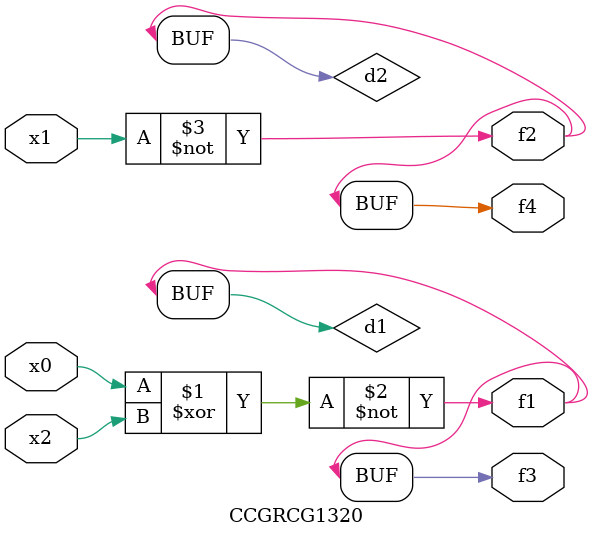
<source format=v>
module CCGRCG1320(
	input x0, x1, x2,
	output f1, f2, f3, f4
);

	wire d1, d2, d3;

	xnor (d1, x0, x2);
	nand (d2, x1);
	nor (d3, x1, x2);
	assign f1 = d1;
	assign f2 = d2;
	assign f3 = d1;
	assign f4 = d2;
endmodule

</source>
